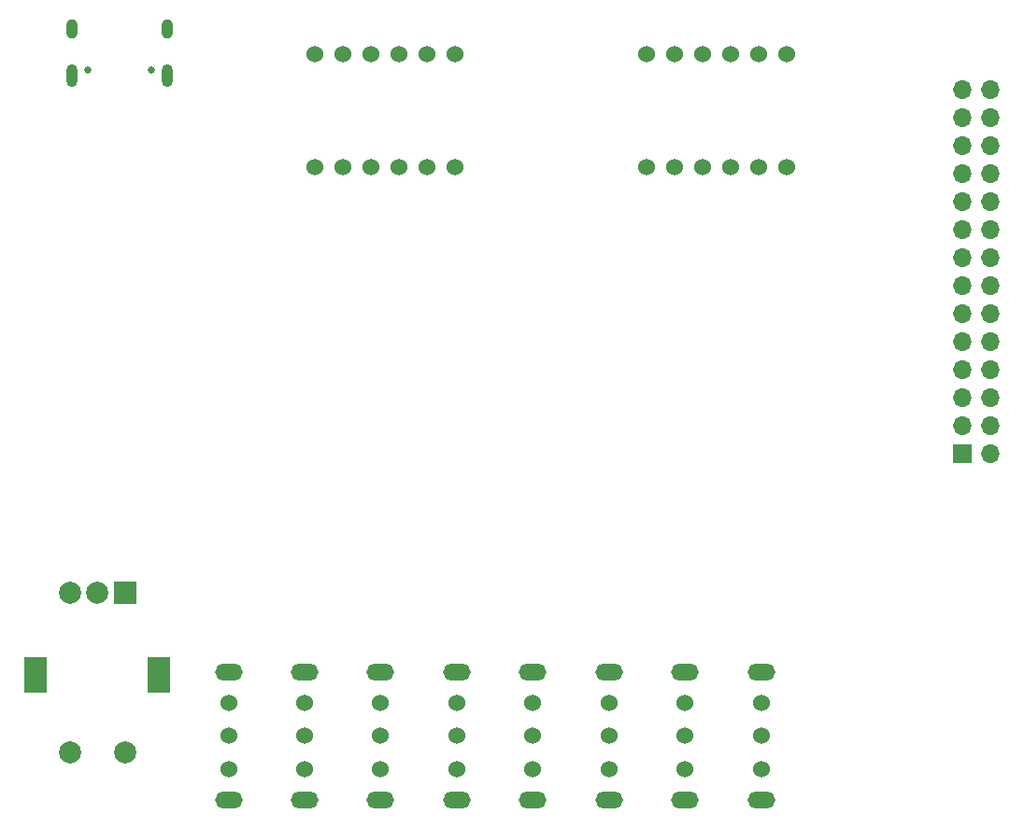
<source format=gbr>
%TF.GenerationSoftware,KiCad,Pcbnew,7.0.7*%
%TF.CreationDate,2024-01-22T13:38:32-08:00*%
%TF.ProjectId,ProgrammaGull_Sandpiper,50726f67-7261-46d6-9d61-47756c6c5f53,rev?*%
%TF.SameCoordinates,Original*%
%TF.FileFunction,Soldermask,Bot*%
%TF.FilePolarity,Negative*%
%FSLAX46Y46*%
G04 Gerber Fmt 4.6, Leading zero omitted, Abs format (unit mm)*
G04 Created by KiCad (PCBNEW 7.0.7) date 2024-01-22 13:38:32*
%MOMM*%
%LPD*%
G01*
G04 APERTURE LIST*
%ADD10C,1.524000*%
%ADD11O,2.500000X1.524000*%
%ADD12C,0.650000*%
%ADD13O,1.000000X2.100000*%
%ADD14O,1.000000X1.800000*%
%ADD15O,1.700000X1.700000*%
%ADD16R,1.700000X1.700000*%
%ADD17R,2.000000X2.000000*%
%ADD18C,2.000000*%
%ADD19R,2.000000X3.200000*%
G04 APERTURE END LIST*
D10*
%TO.C,SW5*%
X59600000Y-88600000D03*
X59600000Y-91600000D03*
X59600000Y-94600000D03*
D11*
X59600000Y-85800000D03*
X59600000Y-97400000D03*
%TD*%
D10*
%TO.C,SW4*%
X66500000Y-88600000D03*
X66500000Y-91600000D03*
X66500000Y-94600000D03*
D11*
X66500000Y-85800000D03*
X66500000Y-97400000D03*
%TD*%
D10*
%TO.C,SW0*%
X94100000Y-88600000D03*
X94100000Y-91600000D03*
X94100000Y-94600000D03*
D11*
X94100000Y-85800000D03*
X94100000Y-97400000D03*
%TD*%
D12*
%TO.C,P1*%
X38810000Y-31180000D03*
X33030000Y-31180000D03*
D13*
X40240000Y-31680000D03*
D14*
X40240000Y-27500000D03*
D13*
X31600000Y-31680000D03*
D14*
X31600000Y-27500000D03*
%TD*%
D10*
%TO.C,SW2*%
X80300000Y-88600000D03*
X80300000Y-91600000D03*
X80300000Y-94600000D03*
D11*
X80300000Y-85800000D03*
X80300000Y-97400000D03*
%TD*%
D10*
%TO.C,SW1*%
X87200000Y-88600000D03*
X87200000Y-91600000D03*
X87200000Y-94600000D03*
D11*
X87200000Y-85800000D03*
X87200000Y-97400000D03*
%TD*%
D15*
%TO.C,J1*%
X114875000Y-33020000D03*
X112335000Y-33020000D03*
X114875000Y-35560000D03*
X112335000Y-35560000D03*
X114875000Y-38100000D03*
X112335000Y-38100000D03*
X114875000Y-40640000D03*
X112335000Y-40640000D03*
X114875000Y-43180000D03*
X112335000Y-43180000D03*
X114875000Y-45720000D03*
X112335000Y-45720000D03*
X114875000Y-48260000D03*
X112335000Y-48260000D03*
X114875000Y-50800000D03*
X112335000Y-50800000D03*
X114875000Y-53340000D03*
X112335000Y-53340000D03*
X114875000Y-55880000D03*
X112335000Y-55880000D03*
X114875000Y-58420000D03*
X112335000Y-58420000D03*
X114875000Y-60960000D03*
X112335000Y-60960000D03*
X114875000Y-63500000D03*
X112335000Y-63500000D03*
X114875000Y-66040000D03*
D16*
X112335000Y-66040000D03*
%TD*%
D10*
%TO.C,SW6*%
X52700000Y-88600000D03*
X52700000Y-91600000D03*
X52700000Y-94600000D03*
D11*
X52700000Y-85800000D03*
X52700000Y-97400000D03*
%TD*%
D10*
%TO.C,SW7*%
X45800000Y-88600000D03*
X45800000Y-91600000D03*
X45800000Y-94600000D03*
D11*
X45800000Y-85800000D03*
X45800000Y-97400000D03*
%TD*%
D10*
%TO.C,U8*%
X53600000Y-40000000D03*
X56140000Y-40000000D03*
X58680000Y-40000000D03*
X61220000Y-40000000D03*
X63760000Y-40000000D03*
X66300000Y-40000000D03*
X66300000Y-29740000D03*
X63760000Y-29740000D03*
X61220000Y-29740000D03*
X58680000Y-29740000D03*
X56140000Y-29740000D03*
X53600000Y-29740000D03*
%TD*%
%TO.C,U10*%
X83700000Y-40000000D03*
X86240000Y-40000000D03*
X88780000Y-40000000D03*
X91320000Y-40000000D03*
X93860000Y-40000000D03*
X96400000Y-40000000D03*
X96400000Y-29740000D03*
X93860000Y-29740000D03*
X91320000Y-29740000D03*
X88780000Y-29740000D03*
X86240000Y-29740000D03*
X83700000Y-29740000D03*
%TD*%
%TO.C,SW3*%
X73400000Y-88600000D03*
X73400000Y-91600000D03*
X73400000Y-94600000D03*
D11*
X73400000Y-85800000D03*
X73400000Y-97400000D03*
%TD*%
D17*
%TO.C,SW8*%
X36410000Y-78580000D03*
D18*
X31410000Y-78580000D03*
X33910000Y-78580000D03*
D19*
X39510000Y-86080000D03*
X28310000Y-86080000D03*
D18*
X31410000Y-93080000D03*
X36410000Y-93080000D03*
%TD*%
M02*

</source>
